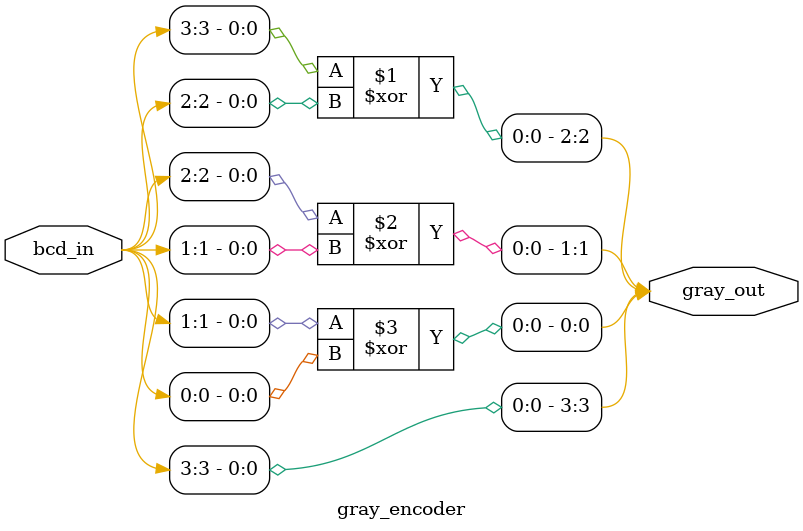
<source format=v>
module gray_encoder (
    input wire [3:0] bcd_in ,
    output wire [3:0] gray_out
);

assign gray_out[3] = bcd_in[3];
assign gray_out[2] = bcd_in[3]^bcd_in[2];
assign gray_out[1] = bcd_in[2]^bcd_in[1];
assign gray_out[0] = bcd_in[1]^bcd_in[0];
    
endmodule
</source>
